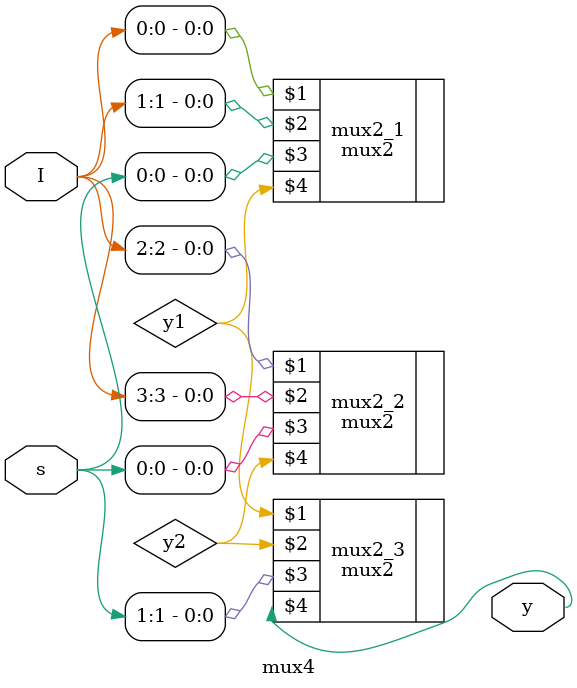
<source format=sv>
module mux4(

input logic [3:0] I, //4 input + 2 select line
input logic [1:0] s,
output logic y
);
logic y1,y2;

mux2 mux2_1(I[0],I[1],s[0],y1);
mux2 mux2_2(I[2],I[3],s[0],y2);
mux2 mux2_3(y1,y2,s[1],y);
endmodule
</source>
